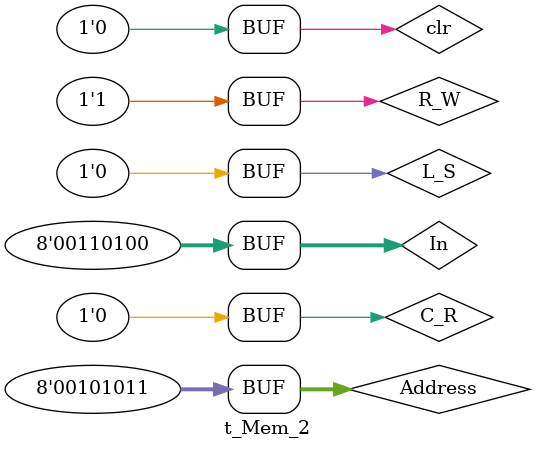
<source format=v>
module Mem_2(Out,Out_bus,In,R_W,C_R,L_S,Lf,Address,clr);
	output [07:0]Out,Out_bus;
	input  [07:0]In;
	input  [07:0]Address;
	input  R_W,C_R,L_S,Lf,clr;
	reg    [07:0]Data;
	reg    [07:0]Datam;
	reg    [07:0]mem[255:0];
	
	assign Out=Data;
	assign Out_bus=Lf?Data:8'hz;
	
	always @(*)
	if (clr) begin      //     Op_Co  Add
	                mem[00]<=8'b0011_1010; // LDA      = 8'H3A
					mem[01]<=8'b0000_0101;
					mem[02]<=8'b0011_1110; // MVI_A,98 
					mem[03]<=8'b1001_1000; 
					mem[04]<=8'b0011_0010; // STA      = 8'H32 
					mem[05]<=8'b0110_0110; 
                    mem[06]<=8'b0011_1110; // MVI_A,38 
					mem[07]<=8'b0011_1000;
					mem[08]<=8'b1101_0011; // OUT   
	                mem[09]<=8'b0011_1010; // LDA      = 8'H3A
					mem[10]<=8'b0110_0110;
					mem[11]<=8'b1101_0011; // OUT 
					mem[12]<=8'b1100_1101; // CALL     = 8'HCD
					mem[13]<=8'b0000_1111;
					mem[14]<=8'b1101_0011;
					mem[15]<=8'b1110_0110; // ANI      = 8'HE6
					mem[16]<=8'b0001_1000;
					mem[17]<=8'b1101_0011; // OUT
					mem[18]<=8'b1110_1110; // XRI      = 8'HEE
					mem[19]<=8'b0111_1110; 
					mem[20]<=8'b1101_0011; // OUT
					mem[21]<=8'b0000_0110; // MVI_B    = 8'H06
					mem[22]<=8'b0010_0010; 
					mem[23]<=8'b1000_0000; // ADD_B    = 8'H80 
					mem[24]<=8'b1101_0011; // OUT 
					mem[25]<=8'b0000_0101; // DCR_B    = 8'H05
					mem[26]<=8'b1010_0000; // ANA_B    = 8'HA0
					mem[27]<=8'b1101_0011; // OUT
					mem[28]<=8'b1100_1010; // JZ       = 8'HCA
					mem[29]<=8'b0011_0001;
					mem[30]<=8'b1100_1001; // RET      = 8'HC9 
					mem[31]<=8'b0111_0110; // HLT		
	         end 
			 
	else case ({R_W,C_R,L_S})

3'b000:        Data<=mem[Address];     //read	
3'b001: begin  Datam<=mem[Address];  Data<=mem[Datam]; end //LDA
3'b010: begin  Data<=mem[Address];   Datam=Address+8'h01;  mem[255]=Datam;   end   //call
3'b011:        mem[Data]=In;
3'b100:        Data<=mem[255];         //RET
3'b101: begin  Data=mem[Address];    mem[Data]=In;    end //STA
3'b110:        mem[Address]<=In;       //write

    endcase

endmodule

module t_Mem_2;
reg  R_W,C_R,L_S,Lf,clr;
reg  [7:0]Address;
reg  [07:0]In;
wire [07:0]Out,Out_bus;
Mem_2 m(Out,Out_bus,In,R_W,C_R,L_S,Lf,Address,clr);
initial
begin 
    clr=1;  
#50 clr=0;   Address=8'h01; R_W=0; C_R=0; L_S=1;
#50 clr=0;   Address=8'h05; R_W=0; C_R=0; L_S=1;
#50 clr=0;   Address=8'h06; R_W=1; C_R=0; L_S=1; In=8'h22;
#50 clr=0;   Address=8'h85; R_W=1; C_R=1; L_S=0; 
#50 clr=0;   Address=8'h2b;
#50 clr=0;   In=8'h34; R_W=0; C_R=1;
#50 clr=0;             R_W=1; C_R=0;
end
endmodule
</source>
